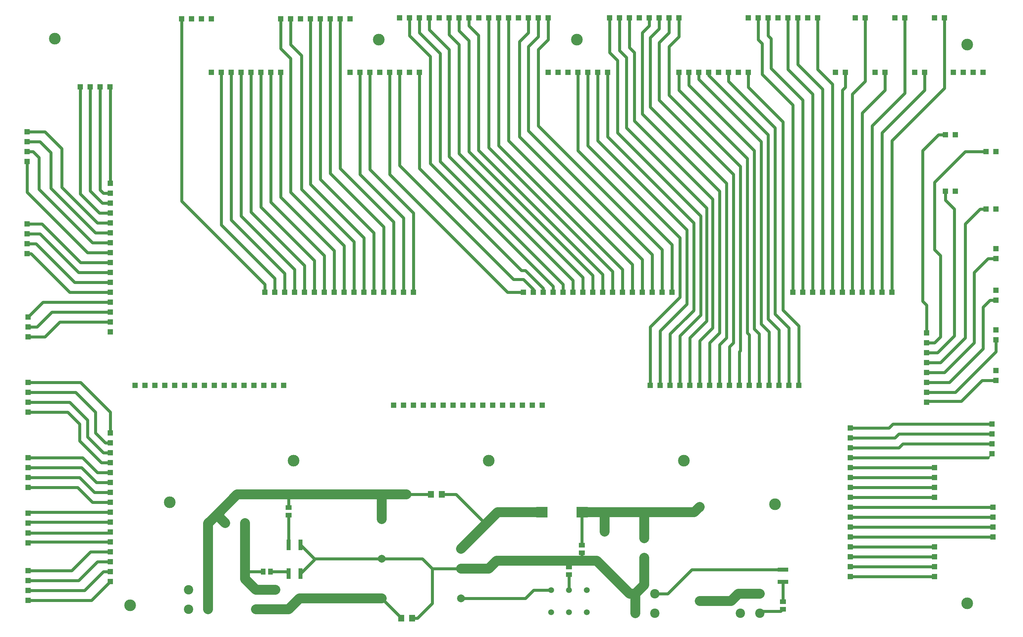
<source format=gtl>
G04 (created by PCBNEW (2013-07-07 BZR 4022)-stable) date 3/30/2016 4:45:44 AM*
%MOIN*%
G04 Gerber Fmt 3.4, Leading zero omitted, Abs format*
%FSLAX34Y34*%
G01*
G70*
G90*
G04 APERTURE LIST*
%ADD10C,0.00590551*%
%ADD11C,0.11811*%
%ADD12R,0.055X0.055*%
%ADD13R,0.11811X0.110236*%
%ADD14C,0.0944882*%
%ADD15C,0.0787402*%
%ADD16C,0.0744094*%
%ADD17C,0.0433071*%
%ADD18R,0.063X0.071*%
%ADD19R,0.059X0.0512*%
%ADD20R,0.0512X0.059*%
%ADD21C,0.0393701*%
%ADD22R,0.0433071X0.110236*%
%ADD23R,0.110236X0.0433071*%
%ADD24C,0.0598425*%
%ADD25C,0.0301575*%
%ADD26C,0.01*%
%ADD27C,0.1*%
G04 APERTURE END LIST*
G54D10*
G54D11*
X77400Y-29000D03*
G54D12*
X116400Y-32300D03*
X32800Y-63900D03*
X36800Y-63900D03*
X40800Y-63900D03*
X43800Y-63900D03*
X46800Y-63900D03*
X58900Y-65900D03*
X60900Y-65900D03*
X37800Y-63900D03*
X33800Y-63900D03*
X115400Y-32300D03*
X66900Y-65900D03*
X64900Y-65900D03*
X63900Y-65900D03*
X62900Y-65900D03*
X103500Y-32300D03*
X99700Y-26800D03*
X96700Y-26800D03*
X93700Y-32300D03*
X99800Y-63900D03*
X72000Y-54500D03*
X76000Y-54500D03*
X80000Y-54500D03*
X83000Y-54500D03*
X86000Y-54500D03*
X85800Y-63900D03*
X89800Y-63900D03*
X93800Y-63900D03*
X96800Y-63900D03*
X86700Y-26800D03*
X91700Y-32300D03*
X94700Y-26800D03*
X97700Y-26800D03*
X100700Y-26800D03*
X104500Y-32300D03*
X106500Y-26800D03*
X109500Y-26800D03*
X112500Y-32300D03*
X21900Y-39300D03*
X61500Y-26800D03*
X65500Y-26800D03*
X68500Y-26800D03*
X71500Y-26800D03*
X73500Y-26800D03*
X74500Y-32300D03*
X77500Y-32300D03*
X80700Y-26800D03*
X21900Y-40300D03*
X60500Y-32300D03*
X112700Y-58600D03*
X112700Y-60600D03*
X112700Y-62600D03*
X112700Y-64600D03*
X22000Y-76800D03*
X22000Y-73200D03*
X22000Y-66600D03*
X22000Y-63600D03*
X40500Y-32300D03*
X83700Y-26800D03*
X80500Y-32300D03*
X76500Y-32300D03*
X64500Y-26800D03*
X60500Y-26800D03*
X59500Y-32300D03*
X55500Y-32300D03*
X44500Y-32300D03*
X42500Y-32300D03*
X57900Y-54500D03*
X39500Y-26900D03*
X43500Y-32300D03*
X45500Y-32300D03*
X46500Y-32300D03*
X47500Y-26900D03*
X50500Y-26900D03*
X53500Y-26900D03*
X56500Y-32300D03*
X30300Y-54500D03*
X30300Y-55500D03*
X30300Y-68700D03*
X30300Y-69700D03*
X30300Y-72700D03*
X30300Y-73700D03*
X22000Y-84600D03*
X119300Y-70800D03*
X119300Y-68800D03*
X30250Y-33750D03*
X30300Y-53500D03*
X30300Y-52500D03*
X30300Y-51500D03*
X30300Y-49500D03*
X30300Y-46500D03*
X30300Y-44500D03*
X30300Y-43500D03*
X105000Y-68200D03*
X30300Y-83700D03*
X105000Y-82200D03*
X105000Y-81200D03*
X105000Y-79200D03*
X105000Y-77200D03*
X105000Y-76200D03*
X21900Y-50600D03*
X22000Y-59000D03*
X22000Y-65600D03*
X22000Y-72200D03*
X105000Y-83200D03*
X30300Y-81700D03*
X105000Y-80200D03*
X105000Y-78200D03*
X105000Y-75200D03*
X105000Y-74200D03*
X105000Y-71200D03*
X105000Y-70200D03*
X30300Y-45500D03*
X30300Y-47500D03*
X78000Y-54500D03*
X119700Y-59300D03*
X114600Y-44300D03*
X115600Y-38600D03*
X108200Y-54500D03*
X105200Y-54500D03*
X98800Y-63900D03*
X95800Y-63900D03*
X92800Y-63900D03*
X88800Y-63900D03*
X119700Y-62400D03*
X74000Y-54500D03*
X59900Y-54500D03*
X55900Y-54500D03*
X70900Y-65900D03*
X73900Y-65900D03*
X47900Y-54500D03*
X50900Y-54500D03*
X53900Y-54500D03*
X30300Y-50500D03*
X30300Y-79700D03*
X30300Y-77700D03*
X30300Y-76700D03*
X105000Y-73200D03*
X105000Y-72200D03*
X105000Y-69200D03*
X30300Y-58500D03*
X30300Y-48500D03*
X22000Y-57000D03*
X30300Y-56500D03*
X30300Y-57500D03*
X30300Y-70700D03*
X30300Y-71700D03*
X30300Y-74700D03*
X30300Y-75700D03*
X119400Y-77200D03*
X113500Y-74200D03*
X106200Y-54500D03*
X113500Y-80200D03*
X119400Y-78200D03*
X113500Y-75200D03*
X113500Y-72200D03*
X119700Y-58300D03*
X119700Y-46100D03*
X115600Y-44300D03*
X118700Y-40300D03*
X109200Y-54500D03*
X113500Y-82200D03*
X103200Y-54500D03*
X101200Y-54500D03*
X91800Y-63900D03*
X87800Y-63900D03*
X84800Y-63900D03*
X85000Y-54500D03*
X82000Y-54500D03*
X79000Y-54500D03*
X21900Y-49600D03*
X69500Y-26800D03*
X72500Y-26800D03*
X74500Y-26800D03*
X75500Y-32300D03*
X78500Y-32300D03*
X81700Y-26800D03*
X84700Y-26800D03*
X87700Y-26800D03*
X21900Y-47600D03*
X75000Y-54500D03*
X22000Y-58000D03*
X22000Y-64600D03*
X22000Y-71200D03*
X22000Y-74200D03*
X22000Y-77800D03*
X22000Y-79800D03*
X29250Y-33750D03*
X27250Y-33750D03*
X63500Y-26800D03*
X90700Y-32300D03*
X89700Y-32300D03*
X88700Y-32300D03*
X87700Y-32300D03*
X85700Y-26800D03*
X82700Y-26800D03*
X79500Y-32300D03*
X70500Y-26800D03*
X67500Y-26800D03*
X94700Y-32300D03*
X59500Y-26800D03*
X58500Y-32300D03*
X54500Y-32300D03*
X52500Y-26900D03*
X49500Y-26900D03*
X41500Y-32300D03*
X40500Y-26900D03*
X38500Y-26900D03*
X65900Y-65900D03*
X60900Y-54500D03*
X56900Y-54500D03*
X52900Y-54500D03*
X49900Y-54500D03*
X46900Y-54500D03*
X72900Y-65900D03*
X69900Y-65900D03*
X67900Y-65900D03*
X66500Y-26800D03*
X44800Y-63900D03*
X41800Y-63900D03*
X38800Y-63900D03*
X34800Y-63900D03*
X117400Y-32300D03*
X113500Y-26800D03*
X110500Y-26800D03*
X107500Y-32300D03*
X30300Y-80700D03*
X119700Y-51100D03*
X119700Y-50100D03*
X119700Y-55300D03*
X119700Y-54300D03*
X119700Y-63400D03*
X113500Y-73200D03*
X119400Y-76200D03*
X119400Y-79200D03*
X30300Y-78700D03*
X118700Y-46100D03*
X30300Y-82700D03*
X112700Y-65600D03*
X112700Y-63600D03*
X112700Y-61600D03*
X112700Y-59600D03*
X21900Y-38300D03*
X68900Y-65900D03*
X71900Y-65900D03*
X22000Y-85600D03*
X21900Y-48600D03*
X21900Y-41300D03*
X22000Y-82600D03*
X22000Y-78800D03*
X113500Y-81200D03*
X113500Y-83200D03*
X28250Y-33750D03*
X119300Y-67800D03*
X119300Y-69800D03*
X45900Y-54500D03*
X22000Y-83600D03*
X99200Y-54500D03*
X100200Y-54500D03*
X102200Y-54500D03*
X104200Y-54500D03*
X107200Y-54500D03*
X114600Y-38600D03*
X119700Y-40300D03*
X59900Y-65900D03*
X108500Y-32300D03*
X111500Y-32300D03*
X114500Y-26800D03*
X118400Y-32300D03*
X35800Y-63900D03*
X39800Y-63900D03*
X42800Y-63900D03*
X45800Y-63900D03*
X47800Y-63900D03*
X105500Y-26800D03*
X61900Y-65900D03*
X47500Y-32300D03*
X48500Y-26900D03*
X51500Y-26900D03*
X54500Y-26900D03*
X57500Y-32300D03*
X61500Y-32300D03*
X62500Y-26800D03*
X87000Y-54500D03*
X48900Y-54500D03*
X51900Y-54500D03*
X54900Y-54500D03*
X58900Y-54500D03*
X73000Y-54500D03*
X77000Y-54500D03*
X81000Y-54500D03*
X84000Y-54500D03*
X37500Y-26900D03*
X86800Y-63900D03*
X90800Y-63900D03*
X94800Y-63900D03*
X97800Y-63900D03*
X92700Y-32300D03*
X95700Y-26800D03*
X98700Y-26800D03*
X101700Y-26800D03*
G54D11*
X24700Y-28900D03*
X32300Y-86100D03*
X116800Y-85900D03*
X116800Y-29500D03*
X68500Y-71500D03*
X57400Y-29000D03*
G54D13*
X77927Y-76700D03*
X73872Y-76700D03*
G54D14*
X93900Y-86900D03*
X93900Y-84931D03*
X95868Y-84931D03*
X95868Y-86900D03*
X83300Y-86900D03*
X83300Y-84931D03*
X85268Y-84931D03*
X85268Y-86900D03*
X38200Y-86500D03*
X38200Y-84531D03*
X40168Y-84531D03*
X40168Y-86500D03*
X45000Y-86500D03*
X45000Y-84531D03*
X46968Y-84531D03*
X46968Y-86500D03*
G54D15*
X65700Y-82400D03*
X65700Y-80400D03*
X57700Y-77400D03*
X57700Y-81400D03*
X57700Y-85400D03*
X65700Y-85400D03*
G54D16*
X89800Y-85651D03*
X89800Y-76148D03*
G54D17*
X41915Y-77800D03*
X43884Y-77800D03*
X84200Y-81284D03*
X84200Y-79315D03*
G54D18*
X63750Y-74900D03*
X62650Y-74900D03*
X60750Y-87400D03*
X59650Y-87400D03*
G54D19*
X77900Y-80775D03*
X77900Y-80025D03*
X98200Y-85725D03*
X98200Y-86475D03*
X76600Y-82225D03*
X76600Y-82975D03*
G54D20*
X46475Y-82700D03*
X45725Y-82700D03*
G54D19*
X48300Y-76225D03*
X48300Y-76975D03*
G54D21*
X80187Y-78647D03*
X79400Y-81600D03*
G54D22*
X48289Y-80000D03*
X49510Y-80000D03*
X49510Y-82900D03*
X48289Y-82900D03*
G54D23*
X98200Y-83710D03*
X98200Y-82489D03*
G54D11*
X88200Y-71500D03*
X48800Y-71500D03*
X36300Y-75700D03*
X97400Y-75900D03*
G54D24*
X74788Y-84555D03*
X76600Y-84555D03*
X78411Y-84555D03*
X74788Y-86800D03*
X76600Y-86800D03*
X78411Y-86800D03*
G54D25*
X30300Y-77700D02*
X22100Y-77700D01*
G54D26*
X22100Y-77700D02*
X22000Y-77800D01*
G54D25*
X30300Y-73700D02*
X28900Y-73700D01*
X27400Y-72200D02*
X22000Y-72200D01*
X28900Y-73700D02*
X27400Y-72200D01*
X113500Y-72200D02*
X105000Y-72200D01*
X105000Y-83200D02*
X113500Y-83200D01*
X113500Y-82200D02*
X105000Y-82200D01*
X113500Y-80200D02*
X105000Y-80200D01*
X105000Y-81200D02*
X113500Y-81200D01*
X113500Y-50200D02*
X114100Y-50800D01*
X118700Y-40300D02*
X116600Y-40300D01*
X116600Y-40300D02*
X113500Y-43400D01*
X113500Y-59600D02*
X112700Y-59600D01*
X113500Y-50200D02*
X113500Y-43400D01*
X114100Y-59000D02*
X113500Y-59600D01*
X114100Y-50800D02*
X114100Y-59000D01*
X114600Y-45200D02*
X115500Y-46100D01*
X115500Y-58900D02*
X114700Y-59700D01*
X115500Y-46100D02*
X115500Y-58900D01*
X114600Y-44300D02*
X114600Y-45200D01*
X112700Y-60600D02*
X113800Y-60600D01*
X114700Y-59700D02*
X113800Y-60600D01*
X105200Y-54500D02*
X105200Y-34500D01*
X106500Y-33200D02*
X106500Y-28300D01*
X105200Y-34500D02*
X106500Y-33200D01*
X106500Y-26800D02*
X106500Y-28300D01*
X119700Y-63400D02*
X118300Y-63400D01*
G54D26*
X112800Y-65500D02*
X112700Y-65600D01*
G54D25*
X116200Y-65500D02*
X112800Y-65500D01*
X118300Y-63400D02*
X116200Y-65500D01*
X114100Y-61600D02*
X116600Y-59100D01*
X118700Y-46100D02*
X118100Y-46100D01*
X114100Y-61600D02*
X112700Y-61600D01*
X116600Y-47600D02*
X118100Y-46100D01*
X116600Y-47600D02*
X116600Y-59100D01*
X114500Y-62600D02*
X117500Y-59600D01*
X112700Y-62600D02*
X114500Y-62600D01*
X118900Y-51100D02*
X117500Y-52500D01*
X117500Y-52500D02*
X117500Y-59600D01*
X118900Y-51100D02*
X119700Y-51100D01*
X118400Y-60200D02*
X115000Y-63600D01*
X112700Y-63600D02*
X115000Y-63600D01*
X119100Y-55300D02*
X119700Y-55300D01*
X118400Y-56000D02*
X118400Y-60200D01*
X119100Y-55300D02*
X118400Y-56000D01*
X119700Y-60500D02*
X115600Y-64600D01*
X112700Y-64600D02*
X115600Y-64600D01*
X119700Y-60500D02*
X119700Y-59300D01*
X64000Y-41700D02*
X63600Y-41300D01*
X63600Y-30400D02*
X61500Y-28300D01*
X63600Y-41300D02*
X63600Y-30400D01*
X61500Y-26800D02*
X61500Y-28300D01*
X64000Y-41700D02*
X73400Y-51100D01*
X76000Y-54500D02*
X76000Y-53700D01*
X76000Y-53700D02*
X73400Y-51100D01*
X58500Y-42600D02*
X70400Y-54500D01*
X72000Y-54500D02*
X70400Y-54500D01*
X58500Y-36800D02*
X58500Y-32300D01*
X58500Y-37100D02*
X58500Y-36800D01*
X58500Y-42600D02*
X58500Y-37100D01*
X52900Y-54500D02*
X52900Y-50300D01*
X47500Y-44900D02*
X47500Y-37800D01*
X52900Y-50300D02*
X47500Y-44900D01*
X47500Y-37800D02*
X47500Y-32300D01*
X50900Y-51300D02*
X45500Y-45900D01*
X45500Y-32300D02*
X45500Y-45900D01*
X50900Y-51300D02*
X50900Y-54500D01*
X48900Y-52200D02*
X43500Y-46800D01*
X43500Y-32300D02*
X43500Y-46800D01*
X48900Y-52200D02*
X48900Y-54500D01*
X46900Y-53100D02*
X41500Y-47700D01*
X41500Y-32300D02*
X41500Y-47700D01*
X46900Y-53100D02*
X46900Y-54500D01*
X45900Y-54500D02*
X45900Y-53700D01*
X37500Y-45300D02*
X37500Y-26900D01*
X45900Y-53700D02*
X37500Y-45300D01*
X76100Y-46300D02*
X69500Y-39700D01*
X69500Y-39700D02*
X69500Y-28600D01*
X82000Y-54500D02*
X82000Y-52200D01*
X76100Y-46300D02*
X76100Y-46300D01*
X82000Y-52200D02*
X76100Y-46300D01*
X69500Y-28600D02*
X69500Y-28600D01*
X69500Y-28600D02*
X69500Y-26800D01*
X61500Y-42000D02*
X61500Y-41600D01*
X61500Y-32300D02*
X61500Y-41600D01*
X72200Y-52300D02*
X71900Y-52300D01*
X71900Y-52300D02*
X71800Y-52300D01*
X71800Y-52300D02*
X61500Y-42000D01*
X74000Y-54100D02*
X74000Y-54500D01*
X74000Y-54100D02*
X73450Y-53550D01*
X73450Y-53550D02*
X72200Y-52300D01*
X62600Y-41500D02*
X75000Y-53900D01*
X75000Y-54500D02*
X75000Y-53900D01*
X60500Y-28600D02*
X60500Y-26800D01*
X62600Y-30700D02*
X60500Y-28600D01*
X62600Y-41500D02*
X62600Y-30700D01*
X64500Y-40800D02*
X74000Y-50300D01*
X77000Y-53300D02*
X74000Y-50300D01*
X77000Y-53300D02*
X77000Y-54500D01*
X62500Y-28000D02*
X62500Y-26800D01*
X64500Y-30000D02*
X62500Y-28000D01*
X64500Y-40800D02*
X64500Y-30000D01*
X66200Y-41200D02*
X65500Y-40500D01*
X66200Y-41200D02*
X74500Y-49500D01*
X65500Y-40500D02*
X65500Y-29500D01*
X65500Y-29500D02*
X64500Y-28500D01*
X78000Y-54500D02*
X78000Y-53000D01*
X78000Y-53000D02*
X74500Y-49500D01*
X64500Y-26800D02*
X64500Y-28500D01*
X79000Y-52800D02*
X66500Y-40300D01*
X66500Y-38900D02*
X66500Y-29100D01*
X66500Y-29100D02*
X65500Y-28100D01*
X79000Y-54500D02*
X79000Y-52800D01*
X65500Y-28100D02*
X65500Y-26800D01*
X66500Y-38900D02*
X66500Y-40300D01*
X75100Y-47800D02*
X67450Y-40150D01*
X67450Y-40150D02*
X67450Y-28550D01*
X67450Y-28550D02*
X67100Y-28200D01*
X67100Y-28200D02*
X66500Y-27600D01*
X80000Y-54500D02*
X80000Y-52700D01*
X80000Y-52700D02*
X75100Y-47800D01*
X66500Y-27600D02*
X66500Y-26800D01*
X68500Y-26800D02*
X68500Y-39900D01*
X68500Y-39900D02*
X75600Y-47000D01*
X81000Y-54500D02*
X81000Y-52400D01*
X81000Y-52400D02*
X75600Y-47000D01*
X70500Y-39200D02*
X83000Y-51700D01*
X83000Y-54500D02*
X83000Y-51700D01*
X70500Y-39200D02*
X70500Y-28800D01*
X70500Y-28800D02*
X70500Y-28800D01*
X70500Y-26800D02*
X70500Y-28800D01*
X84000Y-51200D02*
X71600Y-38800D01*
X84000Y-54500D02*
X84000Y-51200D01*
X71600Y-29200D02*
X72500Y-28300D01*
X72500Y-28300D02*
X72500Y-26800D01*
X71600Y-38800D02*
X71600Y-29200D01*
X85000Y-50700D02*
X72500Y-38200D01*
X85000Y-54500D02*
X85000Y-50700D01*
X73500Y-28700D02*
X73500Y-26800D01*
X72500Y-29700D02*
X73500Y-28700D01*
X72500Y-38200D02*
X72500Y-29700D01*
X54900Y-54500D02*
X54900Y-49400D01*
X48500Y-29500D02*
X48500Y-26900D01*
X49600Y-30600D02*
X48500Y-29500D01*
X49600Y-44100D02*
X49600Y-30600D01*
X54900Y-49400D02*
X49600Y-44100D01*
X42500Y-47200D02*
X47900Y-52600D01*
X42500Y-32300D02*
X42500Y-47200D01*
X47900Y-52600D02*
X47900Y-54500D01*
X46500Y-45400D02*
X51900Y-50800D01*
X46500Y-32300D02*
X46500Y-38600D01*
X46500Y-45400D02*
X46500Y-38600D01*
X51900Y-50800D02*
X51900Y-54500D01*
X50500Y-26900D02*
X50500Y-43600D01*
X50500Y-43600D02*
X55900Y-49000D01*
X55900Y-49000D02*
X55900Y-54500D01*
X51500Y-43100D02*
X56900Y-48500D01*
X51500Y-26900D02*
X51500Y-28100D01*
X51500Y-43100D02*
X51500Y-28100D01*
X51500Y-28100D02*
X51500Y-28100D01*
X56900Y-48500D02*
X56900Y-54500D01*
X58900Y-54500D02*
X58900Y-47400D01*
X53500Y-28400D02*
X53500Y-26900D01*
X53500Y-28400D02*
X53500Y-28400D01*
X53500Y-42000D02*
X53500Y-28400D01*
X58900Y-47400D02*
X53500Y-42000D01*
X73000Y-54200D02*
X72000Y-53200D01*
X59500Y-32300D02*
X59500Y-36900D01*
X70900Y-53100D02*
X59500Y-41700D01*
X59500Y-41700D02*
X59500Y-36900D01*
X73000Y-54200D02*
X73000Y-54500D01*
X71000Y-53200D02*
X70900Y-53100D01*
X72000Y-53200D02*
X71000Y-53200D01*
X60900Y-54500D02*
X60900Y-46500D01*
X56500Y-42100D02*
X56500Y-32300D01*
X60900Y-46500D02*
X56500Y-42100D01*
X52500Y-26900D02*
X52500Y-42500D01*
X57900Y-54500D02*
X57900Y-47900D01*
X57900Y-47900D02*
X52500Y-42500D01*
X59900Y-54500D02*
X59900Y-47000D01*
X55500Y-42600D02*
X55500Y-32300D01*
X59900Y-47000D02*
X55500Y-42600D01*
X47500Y-29900D02*
X47500Y-26900D01*
X53900Y-54500D02*
X53900Y-49800D01*
X48500Y-30900D02*
X47500Y-29900D01*
X48500Y-44400D02*
X48500Y-30900D01*
X53900Y-49800D02*
X48500Y-44400D01*
X44500Y-46400D02*
X49900Y-51800D01*
X44500Y-32300D02*
X44500Y-46400D01*
X49900Y-51800D02*
X49900Y-54500D01*
X106200Y-36400D02*
X108500Y-34100D01*
X108500Y-32300D02*
X108500Y-34100D01*
X106200Y-36400D02*
X106200Y-54500D01*
X107200Y-54500D02*
X107200Y-37700D01*
X110500Y-34400D02*
X110500Y-29200D01*
X107200Y-37700D02*
X110500Y-34400D01*
X110500Y-29200D02*
X110500Y-26800D01*
X30300Y-83700D02*
X28400Y-85600D01*
X28400Y-85600D02*
X22000Y-85600D01*
X23300Y-45800D02*
X21900Y-44400D01*
X21900Y-44400D02*
X21900Y-41300D01*
X30300Y-50500D02*
X28000Y-50500D01*
X28000Y-50500D02*
X23300Y-45800D01*
X30300Y-82700D02*
X29600Y-82700D01*
X27700Y-84600D02*
X22000Y-84600D01*
X29600Y-82700D02*
X27700Y-84600D01*
X21900Y-50600D02*
X22300Y-50600D01*
X26200Y-54500D02*
X30300Y-54500D01*
X22300Y-50600D02*
X26200Y-54500D01*
X21900Y-49600D02*
X22800Y-49600D01*
X26700Y-53500D02*
X30300Y-53500D01*
X22800Y-49600D02*
X26700Y-53500D01*
X21900Y-48600D02*
X23200Y-48600D01*
X27100Y-52500D02*
X30300Y-52500D01*
X23200Y-48600D02*
X27100Y-52500D01*
X21900Y-47600D02*
X23400Y-47600D01*
X27300Y-51500D02*
X30300Y-51500D01*
X23400Y-47600D02*
X27300Y-51500D01*
X24600Y-45600D02*
X23100Y-44100D01*
X23100Y-40900D02*
X22500Y-40300D01*
X23100Y-44100D02*
X23100Y-40900D01*
X30300Y-49500D02*
X28500Y-49500D01*
X22500Y-40300D02*
X21900Y-40300D01*
X28500Y-49500D02*
X24600Y-45600D01*
X25600Y-45300D02*
X24300Y-44000D01*
X24300Y-40400D02*
X23200Y-39300D01*
X24300Y-44000D02*
X24300Y-40400D01*
X30300Y-48500D02*
X28800Y-48500D01*
X23200Y-39300D02*
X21900Y-39300D01*
X28800Y-48500D02*
X25600Y-45300D01*
X26400Y-44900D02*
X25400Y-43900D01*
X25400Y-40000D02*
X23700Y-38300D01*
X25400Y-43900D02*
X25400Y-40000D01*
X30300Y-47500D02*
X29000Y-47500D01*
X23700Y-38300D02*
X21900Y-38300D01*
X29000Y-47500D02*
X26400Y-44900D01*
X27250Y-33750D02*
X27250Y-44550D01*
X29200Y-46500D02*
X30300Y-46500D01*
X27250Y-44550D02*
X29200Y-46500D01*
X30300Y-72700D02*
X29000Y-72700D01*
X27500Y-71200D02*
X22000Y-71200D01*
X29000Y-72700D02*
X27500Y-71200D01*
X30300Y-71700D02*
X29400Y-71700D01*
X26000Y-66600D02*
X22000Y-66600D01*
X27200Y-67800D02*
X26000Y-66600D01*
X27200Y-69500D02*
X27200Y-67800D01*
X29400Y-71700D02*
X27200Y-69500D01*
X30300Y-81700D02*
X29000Y-81700D01*
X27100Y-83600D02*
X22000Y-83600D01*
X29000Y-81700D02*
X27100Y-83600D01*
X30300Y-70700D02*
X29600Y-70700D01*
X26200Y-65600D02*
X22000Y-65600D01*
X28000Y-67400D02*
X26200Y-65600D01*
X28000Y-69100D02*
X28000Y-67400D01*
X29600Y-70700D02*
X28000Y-69100D01*
X30300Y-69700D02*
X29800Y-69700D01*
X26800Y-64600D02*
X22000Y-64600D01*
X28800Y-66600D02*
X26800Y-64600D01*
X28800Y-68700D02*
X28800Y-66600D01*
X29800Y-69700D02*
X28800Y-68700D01*
X30300Y-68700D02*
X30300Y-66600D01*
X27300Y-63600D02*
X22000Y-63600D01*
X30300Y-66600D02*
X27300Y-63600D01*
X30300Y-57500D02*
X25200Y-57500D01*
X23700Y-59000D02*
X22000Y-59000D01*
X25200Y-57500D02*
X23700Y-59000D01*
X30300Y-56500D02*
X24400Y-56500D01*
X22900Y-58000D02*
X22000Y-58000D01*
X24400Y-56500D02*
X22900Y-58000D01*
X30300Y-55500D02*
X23500Y-55500D01*
X23500Y-55500D02*
X22000Y-57000D01*
X92400Y-59200D02*
X92500Y-59100D01*
X92500Y-43500D02*
X92400Y-43400D01*
X92500Y-59100D02*
X92500Y-43500D01*
X92400Y-43400D02*
X84800Y-35800D01*
X84800Y-28800D02*
X85700Y-27900D01*
X84800Y-35800D02*
X84800Y-28800D01*
X85700Y-27900D02*
X85700Y-26800D01*
X91800Y-63900D02*
X91800Y-59800D01*
X91800Y-59800D02*
X92400Y-59200D01*
X82400Y-30800D02*
X82400Y-37900D01*
X81700Y-26800D02*
X81700Y-30100D01*
X82400Y-30800D02*
X81700Y-30100D01*
X90500Y-46000D02*
X82400Y-37900D01*
X90500Y-57400D02*
X90500Y-46000D01*
X88800Y-59100D02*
X90500Y-57400D01*
X88800Y-59100D02*
X88800Y-63900D01*
X83200Y-37200D02*
X83200Y-30300D01*
X83200Y-37200D02*
X91100Y-45100D01*
X89800Y-63900D02*
X89800Y-59400D01*
X91100Y-58100D02*
X91100Y-45100D01*
X89800Y-59400D02*
X91100Y-58100D01*
X82700Y-26800D02*
X82700Y-29800D01*
X82700Y-29800D02*
X83200Y-30300D01*
X30300Y-80700D02*
X28300Y-80700D01*
X26400Y-82600D02*
X22000Y-82600D01*
X28300Y-80700D02*
X26400Y-82600D01*
X91700Y-58700D02*
X91800Y-58600D01*
X91800Y-44300D02*
X91700Y-44200D01*
X91800Y-58600D02*
X91800Y-44300D01*
X91700Y-44200D02*
X84000Y-36500D01*
X84000Y-28300D02*
X84700Y-27600D01*
X84000Y-36500D02*
X84000Y-28300D01*
X84700Y-26800D02*
X84700Y-27600D01*
X90800Y-63900D02*
X90800Y-59600D01*
X90800Y-59600D02*
X91700Y-58700D01*
X93200Y-42600D02*
X85700Y-35100D01*
X85700Y-29300D02*
X86700Y-28300D01*
X85700Y-35100D02*
X85700Y-29300D01*
X92800Y-63900D02*
X92800Y-60000D01*
X93200Y-59600D02*
X93200Y-42600D01*
X92800Y-60000D02*
X93200Y-59600D01*
X86700Y-28300D02*
X86700Y-26800D01*
X93800Y-63900D02*
X93800Y-60500D01*
X87700Y-28700D02*
X87700Y-26800D01*
X86700Y-29700D02*
X87700Y-28700D01*
X86700Y-34600D02*
X86700Y-29700D01*
X93800Y-41700D02*
X86700Y-34600D01*
X93900Y-41800D02*
X93800Y-41700D01*
X93900Y-60400D02*
X93900Y-41800D01*
X93800Y-60500D02*
X93900Y-60400D01*
X94800Y-63900D02*
X94800Y-58800D01*
X94600Y-41000D02*
X87700Y-34100D01*
X87700Y-34100D02*
X87700Y-32300D01*
X94600Y-58600D02*
X94800Y-58800D01*
X94600Y-41000D02*
X94600Y-58600D01*
X95800Y-63900D02*
X95800Y-58700D01*
X95300Y-40200D02*
X88700Y-33600D01*
X88700Y-33600D02*
X88700Y-32300D01*
X95300Y-58200D02*
X95800Y-58700D01*
X95300Y-40200D02*
X95300Y-58200D01*
X87000Y-54500D02*
X87000Y-49700D01*
X77500Y-40200D02*
X77500Y-32300D01*
X87000Y-49700D02*
X77500Y-40200D01*
X86000Y-50200D02*
X73500Y-37700D01*
X74500Y-26800D02*
X74500Y-29000D01*
X86000Y-50200D02*
X86000Y-54500D01*
X73500Y-30000D02*
X74500Y-29000D01*
X73500Y-37700D02*
X73500Y-30000D01*
X30300Y-79700D02*
X22100Y-79700D01*
G54D26*
X22100Y-79700D02*
X22000Y-79800D01*
G54D25*
X87800Y-55000D02*
X84800Y-58000D01*
X84800Y-63900D02*
X84800Y-58000D01*
X78500Y-39700D02*
X78500Y-32300D01*
X87800Y-49000D02*
X78500Y-39700D01*
X87800Y-55000D02*
X87800Y-49000D01*
X88500Y-55700D02*
X85800Y-58400D01*
X85800Y-63900D02*
X85800Y-58400D01*
X79500Y-39200D02*
X79500Y-32300D01*
X88500Y-48200D02*
X79500Y-39200D01*
X88500Y-55700D02*
X88500Y-48200D01*
X89150Y-56350D02*
X89200Y-56300D01*
X89200Y-56300D02*
X89200Y-47500D01*
X89150Y-56350D02*
X86800Y-58700D01*
X86800Y-63900D02*
X86800Y-58700D01*
X80500Y-38800D02*
X80500Y-32300D01*
X89200Y-47500D02*
X80500Y-38800D01*
X87800Y-63900D02*
X87800Y-58900D01*
X81500Y-38400D02*
X81500Y-32900D01*
X89900Y-46800D02*
X81500Y-38400D01*
X89900Y-56800D02*
X89900Y-46800D01*
X87800Y-58900D02*
X89900Y-56800D01*
X80700Y-30300D02*
X81500Y-31100D01*
X81500Y-32900D02*
X81500Y-31100D01*
X80700Y-30300D02*
X80700Y-26800D01*
X100200Y-35100D02*
X97000Y-31900D01*
X100200Y-54500D02*
X100200Y-35100D01*
X96700Y-28600D02*
X96700Y-26800D01*
X97000Y-31900D02*
X97000Y-28900D01*
X97000Y-28900D02*
X96700Y-28600D01*
X101200Y-54500D02*
X101200Y-34500D01*
X98700Y-32000D02*
X98700Y-26800D01*
X101200Y-34500D02*
X98700Y-32000D01*
X102200Y-54500D02*
X102200Y-34000D01*
X99700Y-31500D02*
X99700Y-26800D01*
X102200Y-34000D02*
X99700Y-31500D01*
X103200Y-54500D02*
X103200Y-33500D01*
X101700Y-32000D02*
X101700Y-26800D01*
X103200Y-33500D02*
X101700Y-32000D01*
X22000Y-78800D02*
X30200Y-78800D01*
G54D26*
X30200Y-78800D02*
X30300Y-78700D01*
G54D25*
X104200Y-54500D02*
X104200Y-34100D01*
X104500Y-33800D02*
X104500Y-32300D01*
X104200Y-34100D02*
X104500Y-33800D01*
X97400Y-37900D02*
X97400Y-56700D01*
X97400Y-56700D02*
X98800Y-58100D01*
X98800Y-63900D02*
X98800Y-58100D01*
X92700Y-33200D02*
X92700Y-32300D01*
X97400Y-37900D02*
X92700Y-33200D01*
X96000Y-39300D02*
X96000Y-57700D01*
X96000Y-57700D02*
X96800Y-58500D01*
X96800Y-63900D02*
X96800Y-58500D01*
X89700Y-33000D02*
X89700Y-32300D01*
X96000Y-39300D02*
X89700Y-33000D01*
X96700Y-38600D02*
X96700Y-57200D01*
X96700Y-57200D02*
X97800Y-58300D01*
X97800Y-63900D02*
X97800Y-58300D01*
X90700Y-32600D02*
X90700Y-32300D01*
X96700Y-38600D02*
X90700Y-32600D01*
X98200Y-37300D02*
X98200Y-56300D01*
X98200Y-56300D02*
X99800Y-57900D01*
X99800Y-63900D02*
X99800Y-57900D01*
X94700Y-33800D02*
X94700Y-32300D01*
X98200Y-37300D02*
X94700Y-33800D01*
X30300Y-76700D02*
X22100Y-76700D01*
G54D26*
X22100Y-76700D02*
X22000Y-76800D01*
G54D25*
X96100Y-29400D02*
X95700Y-29000D01*
X99200Y-54500D02*
X99200Y-35600D01*
X95700Y-29000D02*
X95700Y-26800D01*
X96100Y-32500D02*
X96100Y-29400D01*
X99200Y-35600D02*
X96100Y-32500D01*
X77900Y-80025D02*
X77900Y-76727D01*
X77900Y-76727D02*
X77927Y-76700D01*
G54D27*
X84200Y-79315D02*
X84200Y-76700D01*
X80187Y-78647D02*
X80187Y-76700D01*
G54D25*
X80187Y-76700D02*
X80200Y-76700D01*
G54D27*
X77927Y-76700D02*
X80200Y-76700D01*
X80200Y-76700D02*
X84200Y-76700D01*
X84200Y-76700D02*
X89248Y-76700D01*
X89248Y-76700D02*
X89800Y-76148D01*
G54D25*
X74788Y-84555D02*
X73044Y-84555D01*
X72200Y-85400D02*
X65700Y-85400D01*
X73044Y-84555D02*
X72200Y-85400D01*
X68200Y-77900D02*
X65200Y-74900D01*
X65200Y-74900D02*
X63750Y-74900D01*
G54D27*
X73872Y-76700D02*
X69500Y-76700D01*
X69400Y-76700D02*
X68200Y-77900D01*
X68200Y-77900D02*
X65700Y-80400D01*
G54D25*
X69500Y-76700D02*
X69400Y-76700D01*
X45725Y-82700D02*
X43884Y-82700D01*
G54D27*
X45000Y-84531D02*
X43884Y-83415D01*
X43884Y-83415D02*
X43884Y-82700D01*
X43884Y-82700D02*
X43884Y-77800D01*
X45000Y-84531D02*
X46968Y-84531D01*
X57700Y-85400D02*
X49400Y-85400D01*
X48300Y-86500D02*
X45000Y-86500D01*
X49400Y-85400D02*
X48300Y-86500D01*
G54D25*
X59650Y-87400D02*
X59650Y-87350D01*
X59650Y-87350D02*
X57700Y-85400D01*
X76600Y-84555D02*
X76600Y-82975D01*
X98200Y-85725D02*
X98200Y-83710D01*
G54D27*
X92979Y-85651D02*
X93700Y-84931D01*
X89800Y-85651D02*
X92979Y-85651D01*
X93700Y-84931D02*
X95868Y-84931D01*
G54D25*
X95868Y-86700D02*
X97975Y-86700D01*
X97975Y-86700D02*
X98200Y-86475D01*
X49510Y-82900D02*
X50910Y-81500D01*
X50910Y-81500D02*
X50910Y-81400D01*
X49510Y-80000D02*
X50910Y-81400D01*
X50910Y-81400D02*
X57700Y-81400D01*
X77900Y-81600D02*
X77900Y-80775D01*
X60750Y-87400D02*
X61300Y-87400D01*
X62800Y-85900D02*
X62800Y-82400D01*
X61300Y-87400D02*
X62800Y-85900D01*
X98200Y-82489D02*
X89010Y-82489D01*
X86568Y-84931D02*
X85268Y-84931D01*
X89010Y-82489D02*
X86568Y-84931D01*
G54D27*
X83300Y-84931D02*
X83300Y-86900D01*
X84200Y-81284D02*
X84200Y-84031D01*
X84200Y-84031D02*
X83300Y-84931D01*
X83300Y-84931D02*
X82731Y-84931D01*
X82731Y-84931D02*
X79400Y-81600D01*
G54D25*
X76600Y-82225D02*
X76600Y-81600D01*
G54D27*
X79400Y-81600D02*
X77900Y-81600D01*
X77900Y-81600D02*
X76600Y-81600D01*
X76600Y-81600D02*
X69300Y-81600D01*
X68500Y-82400D02*
X65700Y-82400D01*
X69300Y-81600D02*
X68500Y-82400D01*
G54D25*
X57700Y-81400D02*
X61800Y-81400D01*
X62800Y-82400D02*
X65700Y-82400D01*
X61800Y-81400D02*
X62800Y-82400D01*
X30300Y-75700D02*
X28500Y-75700D01*
X27000Y-74200D02*
X22000Y-74200D01*
X28500Y-75700D02*
X27000Y-74200D01*
G54D27*
X40168Y-86500D02*
X40168Y-84531D01*
X41050Y-76950D02*
X40168Y-77831D01*
X40168Y-77831D02*
X40168Y-84531D01*
G54D25*
X48300Y-74900D02*
X48300Y-76225D01*
X41915Y-77800D02*
X41900Y-77800D01*
G54D27*
X41900Y-77800D02*
X41050Y-76950D01*
X43100Y-74900D02*
X44815Y-74900D01*
X41050Y-76950D02*
X43100Y-74900D01*
X57700Y-77400D02*
X57700Y-74900D01*
X44815Y-74900D02*
X48300Y-74900D01*
X48300Y-74900D02*
X57700Y-74900D01*
X57700Y-74900D02*
X60200Y-74900D01*
G54D25*
X60200Y-74900D02*
X62650Y-74900D01*
X48300Y-76975D02*
X48289Y-76985D01*
X48289Y-76985D02*
X48289Y-80000D01*
X48289Y-82900D02*
X48089Y-82700D01*
X48089Y-82700D02*
X46475Y-82700D01*
X119400Y-78200D02*
X105000Y-78200D01*
X105000Y-73200D02*
X113500Y-73200D01*
X113500Y-74200D02*
X105000Y-74200D01*
X105000Y-75200D02*
X113500Y-75200D01*
X119400Y-76200D02*
X105000Y-76200D01*
X105000Y-77200D02*
X119400Y-77200D01*
X105000Y-79200D02*
X119400Y-79200D01*
X30300Y-74700D02*
X28700Y-74700D01*
X27200Y-73200D02*
X22000Y-73200D01*
X28700Y-74700D02*
X27200Y-73200D01*
X108200Y-54500D02*
X108200Y-38400D01*
X112500Y-34100D02*
X108800Y-37800D01*
X112500Y-34100D02*
X112500Y-32300D01*
X108200Y-38400D02*
X108800Y-37800D01*
X109200Y-54500D02*
X109200Y-39200D01*
X114500Y-33900D02*
X109800Y-38600D01*
X114500Y-33900D02*
X114500Y-26800D01*
X109200Y-39200D02*
X109800Y-38600D01*
X105000Y-69200D02*
X109500Y-69200D01*
X109900Y-68800D02*
X119300Y-68800D01*
X109500Y-69200D02*
X109900Y-68800D01*
X30300Y-45500D02*
X29500Y-45500D01*
X28250Y-44250D02*
X28250Y-33750D01*
X29500Y-45500D02*
X28250Y-44250D01*
X29250Y-33750D02*
X29250Y-44150D01*
X29600Y-44500D02*
X30300Y-44500D01*
X29250Y-44150D02*
X29600Y-44500D01*
X30300Y-43500D02*
X30300Y-33800D01*
G54D26*
X30300Y-33800D02*
X30250Y-33750D01*
G54D25*
X105000Y-68200D02*
X108900Y-68200D01*
X109300Y-67800D02*
X119300Y-67800D01*
X108900Y-68200D02*
X109300Y-67800D01*
X112700Y-55800D02*
X112300Y-55400D01*
X112700Y-58600D02*
X112700Y-55800D01*
X112300Y-55400D02*
X112300Y-40200D01*
X113900Y-38600D02*
X112300Y-40200D01*
X113900Y-38600D02*
X114600Y-38600D01*
X105000Y-70200D02*
X109900Y-70200D01*
X110300Y-69800D02*
X119300Y-69800D01*
X109900Y-70200D02*
X110300Y-69800D01*
X105000Y-71200D02*
X118900Y-71200D01*
G54D26*
X118900Y-71200D02*
X119300Y-70800D01*
M02*

</source>
